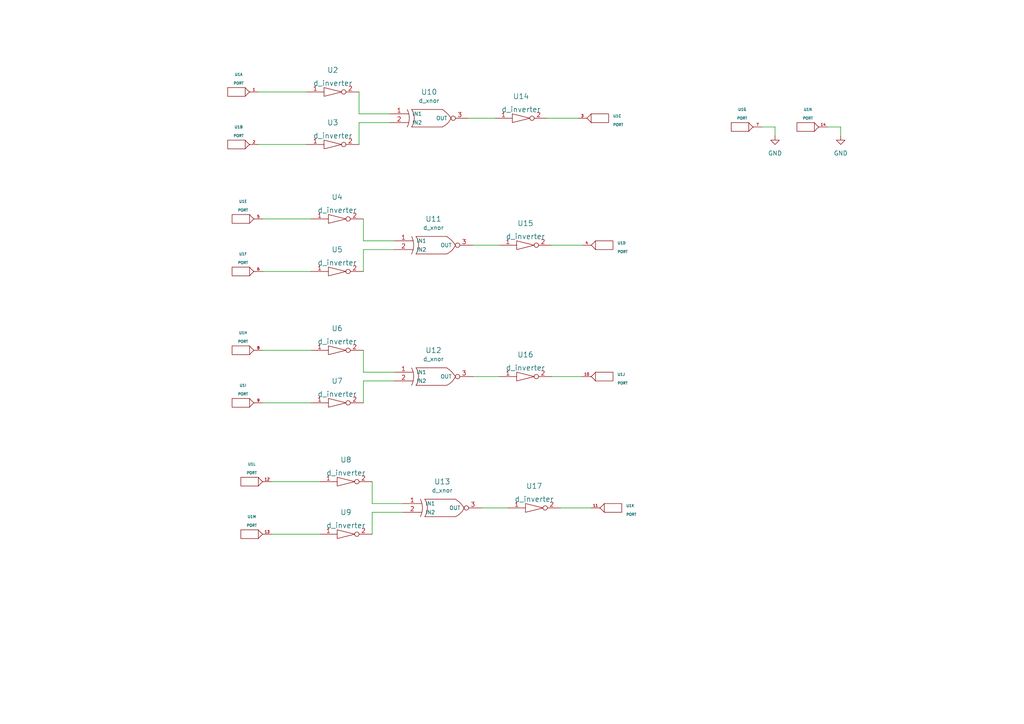
<source format=kicad_sch>
(kicad_sch (version 20211123) (generator eeschema)
  (paper "A4")
  (lib_symbols
    (symbol "eSim_Digital:d_inverter" (pin_names (offset 1.016))
      (property "Reference" "U" (at 0 -2.54 0))
      (property "Value" "d_inverter" (at 0 3.81 0))
      (symbol "d_inverter_0_1"
        (polyline (pts (xy -2.54 1.27) (xy -2.54 -1.27) (xy 2.54 0) (xy -2.54 1.27)))
      )
      (symbol "d_inverter_1_1"
        (pin input line (at -7.62 0 0) (length 5.08) (name "~") (number "1"))
        (pin output inverted (at 7.62 0 180) (length 5.08) (name "~") (number "2"))
      )
    )
    (symbol "eSim_Digital:d_xnor" (pin_names (offset 1.016))
      (property "Reference" "U" (at 0 0 0))
      (property "Value" "d_xnor" (at 1.27 2.54 0))
      (symbol "d_xnor_0_1"
        (arc (start -6.35 -1.27) (mid -5.7504 1.27) (end -6.35 3.81))
        (arc (start -5.08 -1.27) (mid -4.3109 1.27) (end -5.08 3.81))
        (polyline (pts (xy 3.81 -1.27) (xy -5.08 -1.27)))
        (polyline (pts (xy 3.81 3.81) (xy -5.08 3.81)))
        (arc (start 3.81 -1.27) (mid 5.3181 -0.2399) (end 6.35 1.27))
        (arc (start 6.35 1.27) (mid 5.2222 2.6828) (end 3.81 3.81))
      )
      (symbol "d_xnor_1_1"
        (pin input line (at -11.43 2.54 0) (length 5.461) (name "IN1") (number "1"))
        (pin input line (at -11.43 0 0) (length 5.461) (name "IN2") (number "2"))
        (pin output inverted (at 11.43 1.27 180) (length 5.08) (name "OUT") (number "3"))
      )
    )
    (symbol "eSim_Miscellaneous:PORT" (pin_names (offset 1.016))
      (property "Reference" "U" (at 1.27 2.54 0))
      (property "Value" "PORT" (at 0 0 0))
      (symbol "PORT_0_1"
        (rectangle (start -2.54 1.27) (end 2.54 -1.27))
        (arc (start 2.54 1.27) (mid 3.1355 0.5955) (end 3.81 0))
        (arc (start 3.81 0) (mid 3.1447 -0.6046) (end 2.54 -1.27))
      )
      (symbol "PORT_1_1"
        (pin bidirectional line (at 6.35 0 180) (length 2.54) (name "~") (number "1"))
      )
      (symbol "PORT_2_1"
        (pin bidirectional line (at 6.35 0 180) (length 2.54) (name "~") (number "2"))
      )
      (symbol "PORT_3_1"
        (pin bidirectional line (at 6.35 0 180) (length 2.54) (name "~") (number "3"))
      )
      (symbol "PORT_4_1"
        (pin bidirectional line (at 6.35 0 180) (length 2.54) (name "~") (number "4"))
      )
      (symbol "PORT_5_1"
        (pin bidirectional line (at 6.35 0 180) (length 2.54) (name "~") (number "5"))
      )
      (symbol "PORT_6_1"
        (pin bidirectional line (at 6.35 0 180) (length 2.54) (name "~") (number "6"))
      )
      (symbol "PORT_7_1"
        (pin bidirectional line (at 6.35 0 180) (length 2.54) (name "~") (number "7"))
      )
      (symbol "PORT_8_1"
        (pin bidirectional line (at 6.35 0 180) (length 2.54) (name "~") (number "8"))
      )
      (symbol "PORT_9_1"
        (pin bidirectional line (at 6.35 0 180) (length 2.54) (name "~") (number "9"))
      )
      (symbol "PORT_10_1"
        (pin bidirectional line (at 6.35 0 180) (length 2.54) (name "~") (number "10"))
      )
      (symbol "PORT_11_1"
        (pin bidirectional line (at 6.35 0 180) (length 2.54) (name "~") (number "11"))
      )
      (symbol "PORT_12_1"
        (pin bidirectional line (at 6.35 0 180) (length 2.54) (name "~") (number "12"))
      )
      (symbol "PORT_13_1"
        (pin bidirectional line (at 6.35 0 180) (length 2.54) (name "~") (number "13"))
      )
      (symbol "PORT_14_1"
        (pin bidirectional line (at 6.35 0 180) (length 2.54) (name "~") (number "14"))
      )
      (symbol "PORT_15_1"
        (pin bidirectional line (at 6.35 0 180) (length 2.54) (name "~") (number "15"))
      )
      (symbol "PORT_16_1"
        (pin bidirectional line (at 6.35 0 180) (length 2.54) (name "~") (number "16"))
      )
      (symbol "PORT_17_1"
        (pin bidirectional line (at 6.35 0 180) (length 2.54) (name "~") (number "17"))
      )
      (symbol "PORT_18_1"
        (pin bidirectional line (at 6.35 0 180) (length 2.54) (name "~") (number "18"))
      )
      (symbol "PORT_19_1"
        (pin bidirectional line (at 6.35 0 180) (length 2.54) (name "~") (number "19"))
      )
      (symbol "PORT_20_1"
        (pin bidirectional line (at 6.35 0 180) (length 2.54) (name "~") (number "20"))
      )
      (symbol "PORT_21_1"
        (pin bidirectional line (at 6.35 0 180) (length 2.54) (name "~") (number "21"))
      )
      (symbol "PORT_22_1"
        (pin bidirectional line (at 6.35 0 180) (length 2.54) (name "~") (number "22"))
      )
      (symbol "PORT_23_1"
        (pin bidirectional line (at 6.35 0 180) (length 2.54) (name "~") (number "23"))
      )
      (symbol "PORT_24_1"
        (pin bidirectional line (at 6.35 0 180) (length 2.54) (name "~") (number "24"))
      )
      (symbol "PORT_25_1"
        (pin bidirectional line (at 6.35 0 180) (length 2.54) (name "~") (number "25"))
      )
      (symbol "PORT_26_1"
        (pin bidirectional line (at 6.35 0 180) (length 2.54) (name "~") (number "26"))
      )
    )
    (symbol "eSim_Power:eSim_GND" (power) (pin_names (offset 0))
      (property "Value" "eSim_GND" (at 0 -3.81 0))
      (symbol "eSim_GND_0_1"
        (polyline (pts (xy 0 0) (xy 0 -1.27) (xy 1.27 -1.27) (xy 0 -2.54) (xy -1.27 -1.27) (xy 0 -1.27)))
      )
      (symbol "eSim_GND_1_1"
        (pin power_in line (at 0 0 270) (length 0) hide (name "GND") (number "1"))
      )
    )
  )
  (wire (pts (xy 74.93 41.91) (xy 88.9 41.91)))
  (wire (pts (xy 104.14 41.91) (xy 104.14 35.56)))
  (wire (pts (xy 224.79 36.83) (xy 220.98 36.83)))
  (wire (pts (xy 137.16 71.12) (xy 144.78 71.12)))
  (wire (pts (xy 160.02 109.22) (xy 168.91 109.22)))
  (wire (pts (xy 105.41 78.74) (xy 105.41 72.39)))
  (wire (pts (xy 224.79 39.37) (xy 224.79 36.83)))
  (wire (pts (xy 135.89 34.29) (xy 143.51 34.29)))
  (wire (pts (xy 243.84 36.83) (xy 240.03 36.83)))
  (wire (pts (xy 105.41 69.85) (xy 114.3 69.85)))
  (wire (pts (xy 158.75 34.29) (xy 167.64 34.29)))
  (wire (pts (xy 107.95 146.05) (xy 116.84 146.05)))
  (wire (pts (xy 105.41 101.6) (xy 105.41 107.95)))
  (wire (pts (xy 160.02 71.12) (xy 168.91 71.12)))
  (wire (pts (xy 104.14 33.02) (xy 113.03 33.02)))
  (wire (pts (xy 104.14 35.56) (xy 113.03 35.56)))
  (wire (pts (xy 104.14 26.67) (xy 104.14 33.02)))
  (wire (pts (xy 76.2 78.74) (xy 90.17 78.74)))
  (wire (pts (xy 107.95 154.94) (xy 107.95 148.59)))
  (wire (pts (xy 162.56 147.32) (xy 171.45 147.32)))
  (wire (pts (xy 105.41 72.39) (xy 114.3 72.39)))
  (wire (pts (xy 74.93 26.67) (xy 88.9 26.67)))
  (wire (pts (xy 76.2 63.5) (xy 90.17 63.5)))
  (wire (pts (xy 76.2 116.84) (xy 90.17 116.84)))
  (wire (pts (xy 105.41 110.49) (xy 114.3 110.49)))
  (wire (pts (xy 243.84 39.37) (xy 243.84 36.83)))
  (wire (pts (xy 105.41 116.84) (xy 105.41 110.49)))
  (wire (pts (xy 137.16 109.22) (xy 144.78 109.22)))
  (wire (pts (xy 107.95 148.59) (xy 116.84 148.59)))
  (wire (pts (xy 76.2 101.6) (xy 90.17 101.6)))
  (wire (pts (xy 78.74 139.7) (xy 92.71 139.7)))
  (wire (pts (xy 105.41 63.5) (xy 105.41 69.85)))
  (wire (pts (xy 105.41 107.95) (xy 114.3 107.95)))
  (wire (pts (xy 139.7 147.32) (xy 147.32 147.32)))
  (wire (pts (xy 78.74 154.94) (xy 92.71 154.94)))
  (wire (pts (xy 107.95 139.7) (xy 107.95 146.05)))
  (symbol (lib_id "eSim_Miscellaneous:PORT") (at 69.85 101.6 0) (unit 8)
    (property "Reference" "U1" (at 70.485 96.52 0) (effects (font (size 0.762 0.762))))
    (property "Value" "PORT" (at 70.485 99.06 0) (effects (font (size 0.762 0.762))))
  )
  (symbol (lib_id "eSim_Miscellaneous:PORT") (at 177.8 147.32 180) (unit 11)
    (property "Reference" "U1" (at 181.61 146.685 0) (effects (font (size 0.762 0.762)) (justify right)))
    (property "Value" "PORT" (at 181.61 149.225 0) (effects (font (size 0.762 0.762)) (justify right)))
  )
  (symbol (lib_id "eSim_Digital:d_inverter") (at 154.94 147.32 0) (unit 1)
    (property "Reference" "U17" (at 154.94 140.97 0) (effects (font (size 1.524 1.524))))
    (property "Value" "d_inverter" (at 154.94 144.78 0) (effects (font (size 1.524 1.524))))
  )
  (symbol (lib_id "eSim_Digital:d_inverter") (at 152.4 109.22 0) (unit 1)
    (property "Reference" "U16" (at 152.4 102.87 0) (effects (font (size 1.524 1.524))))
    (property "Value" "d_inverter" (at 152.4 106.68 0) (effects (font (size 1.524 1.524))))
  )
  (symbol (lib_id "eSim_Digital:d_inverter") (at 97.79 116.84 0) (unit 1)
    (property "Reference" "U7" (at 97.79 110.49 0) (effects (font (size 1.524 1.524))))
    (property "Value" "d_inverter" (at 97.79 114.3 0) (effects (font (size 1.524 1.524))))
  )
  (symbol (lib_id "eSim_Power:eSim_GND") (at 224.79 39.37 0) (unit 1)
    (property "Reference" "#PWR01" (effects hide))
    (property "Value" "eSim_GND" (at 224.79 44.45 0))
  )
  (symbol (lib_id "eSim_Miscellaneous:PORT") (at 175.26 71.12 180) (unit 4)
    (property "Reference" "U1" (at 179.07 70.485 0) (effects (font (size 0.762 0.762)) (justify right)))
    (property "Value" "PORT" (at 179.07 73.025 0) (effects (font (size 0.762 0.762)) (justify right)))
  )
  (symbol (lib_id "eSim_Digital:d_xnor") (at 125.73 110.49 0) (unit 1)
    (property "Reference" "U12" (at 125.73 101.6 0) (effects (font (size 1.524 1.524))))
    (property "Value" "d_xnor" (at 125.73 104.14 0) (effects (font (size 1.1938 1.1938))))
  )
  (symbol (lib_id "eSim_Miscellaneous:PORT") (at 68.58 26.67 0) (unit 1)
    (property "Reference" "U1" (at 69.215 21.59 0) (effects (font (size 0.762 0.762))))
    (property "Value" "PORT" (at 69.215 24.13 0) (effects (font (size 0.762 0.762))))
  )
  (symbol (lib_id "eSim_Digital:d_inverter") (at 97.79 63.5 0) (unit 1)
    (property "Reference" "U4" (at 97.79 57.15 0) (effects (font (size 1.524 1.524))))
    (property "Value" "d_inverter" (at 97.79 60.96 0) (effects (font (size 1.524 1.524))))
  )
  (symbol (lib_id "eSim_Miscellaneous:PORT") (at 69.85 63.5 0) (unit 5)
    (property "Reference" "U1" (at 70.485 58.42 0) (effects (font (size 0.762 0.762))))
    (property "Value" "PORT" (at 70.485 60.96 0) (effects (font (size 0.762 0.762))))
  )
  (symbol (lib_id "eSim_Digital:d_inverter") (at 100.33 139.7 0) (unit 1)
    (property "Reference" "U8" (at 100.33 133.35 0) (effects (font (size 1.524 1.524))))
    (property "Value" "d_inverter" (at 100.33 137.16 0) (effects (font (size 1.524 1.524))))
  )
  (symbol (lib_id "eSim_Digital:d_inverter") (at 151.13 34.29 0) (unit 1)
    (property "Reference" "U14" (at 151.13 27.94 0) (effects (font (size 1.524 1.524))))
    (property "Value" "d_inverter" (at 151.13 31.75 0) (effects (font (size 1.524 1.524))))
  )
  (symbol (lib_id "eSim_Digital:d_xnor") (at 125.73 72.39 0) (unit 1)
    (property "Reference" "U11" (at 125.73 63.5 0) (effects (font (size 1.524 1.524))))
    (property "Value" "d_xnor" (at 125.73 66.04 0) (effects (font (size 1.1938 1.1938))))
  )
  (symbol (lib_id "eSim_Miscellaneous:PORT") (at 72.39 154.94 0) (unit 13)
    (property "Reference" "U1" (at 73.025 149.86 0) (effects (font (size 0.762 0.762))))
    (property "Value" "PORT" (at 73.025 152.4 0) (effects (font (size 0.762 0.762))))
  )
  (symbol (lib_id "eSim_Miscellaneous:PORT") (at 69.85 78.74 0) (unit 6)
    (property "Reference" "U1" (at 70.485 73.66 0) (effects (font (size 0.762 0.762))))
    (property "Value" "PORT" (at 70.485 76.2 0) (effects (font (size 0.762 0.762))))
  )
  (symbol (lib_id "eSim_Miscellaneous:PORT") (at 233.68 36.83 0) (unit 14)
    (property "Reference" "U1" (at 234.315 31.75 0) (effects (font (size 0.762 0.762))))
    (property "Value" "PORT" (at 234.315 34.29 0) (effects (font (size 0.762 0.762))))
  )
  (symbol (lib_id "eSim_Miscellaneous:PORT") (at 175.26 109.22 180) (unit 10)
    (property "Reference" "U1" (at 179.07 108.585 0) (effects (font (size 0.762 0.762)) (justify right)))
    (property "Value" "PORT" (at 179.07 111.125 0) (effects (font (size 0.762 0.762)) (justify right)))
  )
  (symbol (lib_id "eSim_Miscellaneous:PORT") (at 173.99 34.29 180) (unit 3)
    (property "Reference" "U1" (at 177.8 33.655 0) (effects (font (size 0.762 0.762)) (justify right)))
    (property "Value" "PORT" (at 177.8 36.195 0) (effects (font (size 0.762 0.762)) (justify right)))
  )
  (symbol (lib_id "eSim_Miscellaneous:PORT") (at 214.63 36.83 0) (unit 7)
    (property "Reference" "U1" (at 215.265 31.75 0) (effects (font (size 0.762 0.762))))
    (property "Value" "PORT" (at 215.265 34.29 0) (effects (font (size 0.762 0.762))))
  )
  (symbol (lib_id "eSim_Digital:d_xnor") (at 128.27 148.59 0) (unit 1)
    (property "Reference" "U13" (at 128.27 139.7 0) (effects (font (size 1.524 1.524))))
    (property "Value" "d_xnor" (at 128.27 142.24 0) (effects (font (size 1.1938 1.1938))))
  )
  (symbol (lib_id "eSim_Digital:d_inverter") (at 97.79 78.74 0) (unit 1)
    (property "Reference" "U5" (at 97.79 72.39 0) (effects (font (size 1.524 1.524))))
    (property "Value" "d_inverter" (at 97.79 76.2 0) (effects (font (size 1.524 1.524))))
  )
  (symbol (lib_id "eSim_Digital:d_inverter") (at 152.4 71.12 0) (unit 1)
    (property "Reference" "U15" (at 152.4 64.77 0) (effects (font (size 1.524 1.524))))
    (property "Value" "d_inverter" (at 152.4 68.58 0) (effects (font (size 1.524 1.524))))
  )
  (symbol (lib_id "eSim_Digital:d_inverter") (at 100.33 154.94 0) (unit 1)
    (property "Reference" "U9" (at 100.33 148.59 0) (effects (font (size 1.524 1.524))))
    (property "Value" "d_inverter" (at 100.33 152.4 0) (effects (font (size 1.524 1.524))))
  )
  (symbol (lib_id "eSim_Miscellaneous:PORT") (at 68.58 41.91 0) (unit 2)
    (property "Reference" "U1" (at 69.215 36.83 0) (effects (font (size 0.762 0.762))))
    (property "Value" "PORT" (at 69.215 39.37 0) (effects (font (size 0.762 0.762))))
  )
  (symbol (lib_id "eSim_Digital:d_inverter") (at 97.79 101.6 0) (unit 1)
    (property "Reference" "U6" (at 97.79 95.25 0) (effects (font (size 1.524 1.524))))
    (property "Value" "d_inverter" (at 97.79 99.06 0) (effects (font (size 1.524 1.524))))
  )
  (symbol (lib_id "eSim_Digital:d_inverter") (at 96.52 26.67 0) (unit 1)
    (property "Reference" "U2" (at 96.52 20.32 0) (effects (font (size 1.524 1.524))))
    (property "Value" "d_inverter" (at 96.52 24.13 0) (effects (font (size 1.524 1.524))))
  )
  (symbol (lib_id "eSim_Power:eSim_GND") (at 243.84 39.37 0) (unit 1)
    (property "Reference" "#PWR02" (effects hide))
    (property "Value" "eSim_GND" (at 243.84 44.45 0))
  )
  (symbol (lib_id "eSim_Digital:d_inverter") (at 96.52 41.91 0) (unit 1)
    (property "Reference" "U3" (at 96.52 35.56 0) (effects (font (size 1.524 1.524))))
    (property "Value" "d_inverter" (at 96.52 39.37 0) (effects (font (size 1.524 1.524))))
  )
  (symbol (lib_id "eSim_Digital:d_xnor") (at 124.46 35.56 0) (unit 1)
    (property "Reference" "U10" (at 124.46 26.67 0) (effects (font (size 1.524 1.524))))
    (property "Value" "d_xnor" (at 124.46 29.21 0) (effects (font (size 1.1938 1.1938))))
  )
  (symbol (lib_id "eSim_Miscellaneous:PORT") (at 69.85 116.84 0) (unit 9)
    (property "Reference" "U1" (at 70.485 111.76 0) (effects (font (size 0.762 0.762))))
    (property "Value" "PORT" (at 70.485 114.3 0) (effects (font (size 0.762 0.762))))
  )
  (symbol (lib_id "eSim_Miscellaneous:PORT") (at 72.39 139.7 0) (unit 12)
    (property "Reference" "U1" (at 73.025 134.62 0) (effects (font (size 0.762 0.762))))
    (property "Value" "PORT" (at 73.025 137.16 0) (effects (font (size 0.762 0.762))))
  )
)
</source>
